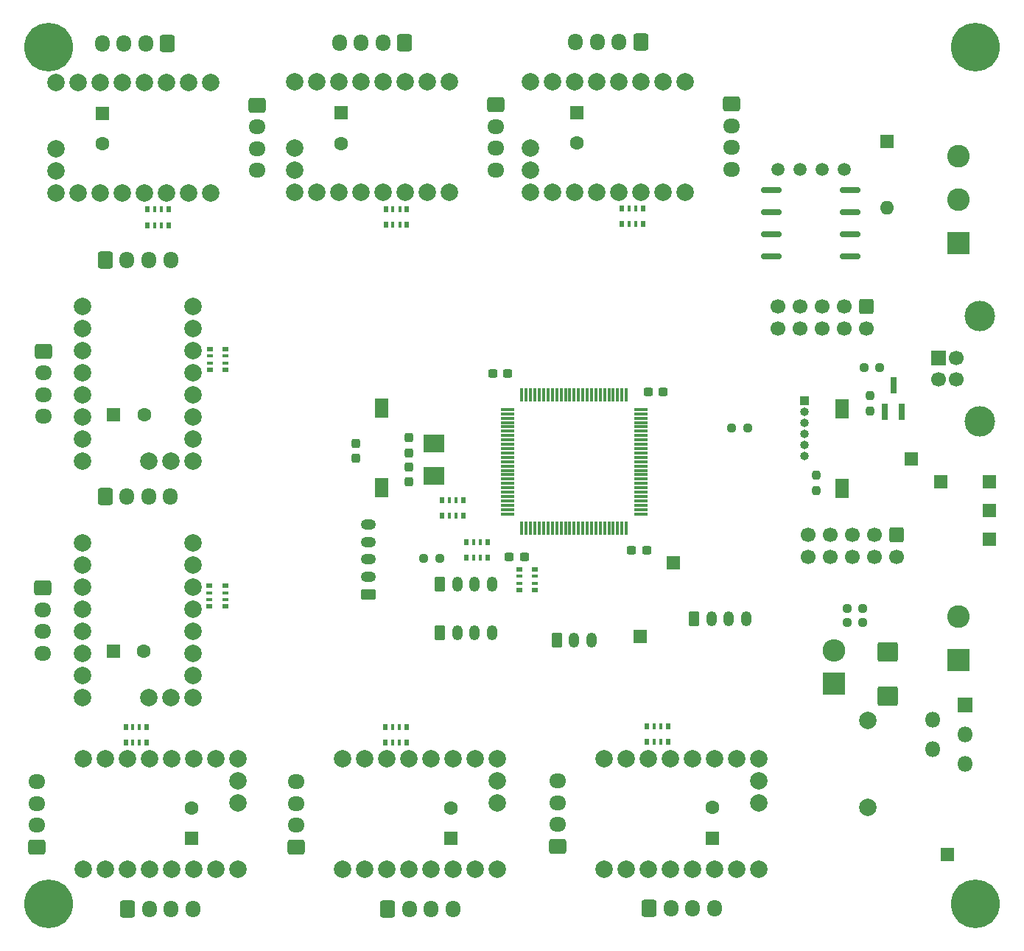
<source format=gbr>
%TF.GenerationSoftware,KiCad,Pcbnew,6.0.10*%
%TF.CreationDate,2023-02-06T19:48:01+03:00*%
%TF.ProjectId,multistepper,6d756c74-6973-4746-9570-7065722e6b69,rev?*%
%TF.SameCoordinates,Original*%
%TF.FileFunction,Soldermask,Top*%
%TF.FilePolarity,Negative*%
%FSLAX46Y46*%
G04 Gerber Fmt 4.6, Leading zero omitted, Abs format (unit mm)*
G04 Created by KiCad (PCBNEW 6.0.10) date 2023-02-06 19:48:01*
%MOMM*%
%LPD*%
G01*
G04 APERTURE LIST*
G04 Aperture macros list*
%AMRoundRect*
0 Rectangle with rounded corners*
0 $1 Rounding radius*
0 $2 $3 $4 $5 $6 $7 $8 $9 X,Y pos of 4 corners*
0 Add a 4 corners polygon primitive as box body*
4,1,4,$2,$3,$4,$5,$6,$7,$8,$9,$2,$3,0*
0 Add four circle primitives for the rounded corners*
1,1,$1+$1,$2,$3*
1,1,$1+$1,$4,$5*
1,1,$1+$1,$6,$7*
1,1,$1+$1,$8,$9*
0 Add four rect primitives between the rounded corners*
20,1,$1+$1,$2,$3,$4,$5,0*
20,1,$1+$1,$4,$5,$6,$7,0*
20,1,$1+$1,$6,$7,$8,$9,0*
20,1,$1+$1,$8,$9,$2,$3,0*%
G04 Aperture macros list end*
%ADD10RoundRect,0.237500X-0.300000X-0.237500X0.300000X-0.237500X0.300000X0.237500X-0.300000X0.237500X0*%
%ADD11RoundRect,0.250000X0.600000X0.725000X-0.600000X0.725000X-0.600000X-0.725000X0.600000X-0.725000X0*%
%ADD12O,1.700000X1.950000*%
%ADD13RoundRect,0.250000X-0.725000X0.600000X-0.725000X-0.600000X0.725000X-0.600000X0.725000X0.600000X0*%
%ADD14O,1.950000X1.700000*%
%ADD15RoundRect,0.250000X0.625000X-0.350000X0.625000X0.350000X-0.625000X0.350000X-0.625000X-0.350000X0*%
%ADD16O,1.750000X1.200000*%
%ADD17RoundRect,0.250000X-0.600000X0.600000X-0.600000X-0.600000X0.600000X-0.600000X0.600000X0.600000X0*%
%ADD18C,1.700000*%
%ADD19R,1.600000X2.180000*%
%ADD20RoundRect,0.250000X0.725000X-0.600000X0.725000X0.600000X-0.725000X0.600000X-0.725000X-0.600000X0*%
%ADD21R,1.500000X1.500000*%
%ADD22C,5.600000*%
%ADD23RoundRect,0.237500X-0.237500X0.250000X-0.237500X-0.250000X0.237500X-0.250000X0.237500X0.250000X0*%
%ADD24R,1.600000X1.600000*%
%ADD25O,1.600000X1.600000*%
%ADD26C,1.600000*%
%ADD27RoundRect,0.250000X-0.350000X-0.625000X0.350000X-0.625000X0.350000X0.625000X-0.350000X0.625000X0*%
%ADD28O,1.200000X1.750000*%
%ADD29RoundRect,0.250000X-0.600000X-0.725000X0.600000X-0.725000X0.600000X0.725000X-0.600000X0.725000X0*%
%ADD30C,2.000000*%
%ADD31R,0.500000X0.800000*%
%ADD32R,0.400000X0.800000*%
%ADD33R,0.800000X0.500000*%
%ADD34R,0.800000X0.400000*%
%ADD35R,2.600000X2.600000*%
%ADD36C,2.600000*%
%ADD37RoundRect,0.237500X0.250000X0.237500X-0.250000X0.237500X-0.250000X-0.237500X0.250000X-0.237500X0*%
%ADD38R,0.800000X1.900000*%
%ADD39R,1.000000X1.000000*%
%ADD40O,1.000000X1.000000*%
%ADD41RoundRect,0.075000X-0.725000X-0.075000X0.725000X-0.075000X0.725000X0.075000X-0.725000X0.075000X0*%
%ADD42RoundRect,0.075000X-0.075000X-0.725000X0.075000X-0.725000X0.075000X0.725000X-0.075000X0.725000X0*%
%ADD43RoundRect,0.237500X0.237500X-0.300000X0.237500X0.300000X-0.237500X0.300000X-0.237500X-0.300000X0*%
%ADD44RoundRect,0.237500X-0.250000X-0.237500X0.250000X-0.237500X0.250000X0.237500X-0.250000X0.237500X0*%
%ADD45R,2.400000X2.000000*%
%ADD46RoundRect,0.237500X0.237500X-0.250000X0.237500X0.250000X-0.237500X0.250000X-0.237500X-0.250000X0*%
%ADD47RoundRect,0.237500X-0.237500X0.300000X-0.237500X-0.300000X0.237500X-0.300000X0.237500X0.300000X0*%
%ADD48C,1.500000*%
%ADD49O,2.600000X2.600000*%
%ADD50RoundRect,0.162500X-1.012500X-0.162500X1.012500X-0.162500X1.012500X0.162500X-1.012500X0.162500X0*%
%ADD51R,1.800000X1.800000*%
%ADD52O,1.800000X1.800000*%
%ADD53RoundRect,0.237500X0.300000X0.237500X-0.300000X0.237500X-0.300000X-0.237500X0.300000X-0.237500X0*%
%ADD54RoundRect,0.250000X-0.925000X0.875000X-0.925000X-0.875000X0.925000X-0.875000X0.925000X0.875000X0*%
%ADD55R,1.700000X1.700000*%
%ADD56C,3.500000*%
G04 APERTURE END LIST*
D10*
%TO.C,C9*%
X110035000Y-79502000D03*
X111760000Y-79502000D03*
%TD*%
D11*
%TO.C,J17*%
X99921075Y-41501827D03*
D12*
X97421075Y-41501827D03*
X94921075Y-41501827D03*
X92421075Y-41501827D03*
%TD*%
D13*
%TO.C,J12*%
X58374000Y-76974000D03*
D14*
X58374000Y-79474000D03*
X58374000Y-81974000D03*
X58374000Y-84474000D03*
%TD*%
D15*
%TO.C,J6*%
X95758000Y-104902000D03*
D16*
X95758000Y-102902000D03*
X95758000Y-100902000D03*
X95758000Y-98902000D03*
X95758000Y-96902000D03*
%TD*%
D17*
%TO.C,J2*%
X152958800Y-71840700D03*
D18*
X152958800Y-74380700D03*
X150418800Y-71840700D03*
X150418800Y-74380700D03*
X147878800Y-71840700D03*
X147878800Y-74380700D03*
X145338800Y-71840700D03*
X145338800Y-74380700D03*
X142798800Y-71840700D03*
X142798800Y-74380700D03*
%TD*%
D19*
%TO.C,SW2*%
X150164800Y-83548000D03*
X150164800Y-92728000D03*
%TD*%
D20*
%TO.C,J22*%
X87466000Y-133934000D03*
D14*
X87466000Y-131434000D03*
X87466000Y-128934000D03*
X87466000Y-126434000D03*
%TD*%
D21*
%TO.C,TP7*%
X161544000Y-91948000D03*
%TD*%
D22*
%TO.C,H4*%
X165500000Y-140500000D03*
%TD*%
D23*
%TO.C,R36*%
X153416000Y-82043900D03*
X153416000Y-83868900D03*
%TD*%
D24*
%TO.C,SW3*%
X155295600Y-52832000D03*
D25*
X155295600Y-60452000D03*
%TD*%
D24*
%TO.C,C24*%
X105246000Y-132978000D03*
D26*
X105246000Y-129478000D03*
%TD*%
D27*
%TO.C,J5*%
X103934000Y-103733600D03*
D28*
X105934000Y-103733600D03*
X107934000Y-103733600D03*
X109934000Y-103733600D03*
%TD*%
D29*
%TO.C,J11*%
X65500000Y-66500000D03*
D12*
X68000000Y-66500000D03*
X70500000Y-66500000D03*
X73000000Y-66500000D03*
%TD*%
D30*
%TO.C,XX5*%
X140640000Y-123774000D03*
X138100000Y-123774000D03*
X135560000Y-123774000D03*
X133020000Y-123774000D03*
X130480000Y-123774000D03*
X127940000Y-123774000D03*
X125400000Y-123774000D03*
X122860000Y-123774000D03*
X122860000Y-136474000D03*
X125400000Y-136474000D03*
X127940000Y-136474000D03*
X130480000Y-136474000D03*
X133020000Y-136474000D03*
X135560000Y-136474000D03*
X138100000Y-136474000D03*
X140640000Y-136474000D03*
X140640000Y-126314000D03*
X140640000Y-128854000D03*
%TD*%
D31*
%TO.C,RN11*%
X127270450Y-60560000D03*
D32*
X126470450Y-60560000D03*
X125670450Y-60560000D03*
D31*
X124870450Y-60560000D03*
X124870450Y-62360000D03*
D32*
X125670450Y-62360000D03*
X126470450Y-62360000D03*
D31*
X127270450Y-62360000D03*
%TD*%
D27*
%TO.C,J13*%
X117380000Y-110194000D03*
D28*
X119380000Y-110194000D03*
X121380000Y-110194000D03*
%TD*%
D30*
%TO.C,XX8*%
X75572000Y-116801600D03*
X75572000Y-114261600D03*
X75572000Y-111721600D03*
X75572000Y-109181600D03*
X75572000Y-106641600D03*
X75572000Y-104101600D03*
X75572000Y-101561600D03*
X75572000Y-99021600D03*
X62872000Y-99021600D03*
X62872000Y-101561600D03*
X62872000Y-104101600D03*
X62872000Y-106641600D03*
X62872000Y-109181600D03*
X62872000Y-111721600D03*
X62872000Y-114261600D03*
X62872000Y-116801600D03*
X73032000Y-116801600D03*
X70492000Y-116801600D03*
%TD*%
%TO.C,XX3*%
X87281075Y-58727827D03*
X89821075Y-58727827D03*
X92361075Y-58727827D03*
X94901075Y-58727827D03*
X97441075Y-58727827D03*
X99981075Y-58727827D03*
X102521075Y-58727827D03*
X105061075Y-58727827D03*
X105061075Y-46027827D03*
X102521075Y-46027827D03*
X99981075Y-46027827D03*
X97441075Y-46027827D03*
X94901075Y-46027827D03*
X92361075Y-46027827D03*
X89821075Y-46027827D03*
X87281075Y-46027827D03*
X87281075Y-56187827D03*
X87281075Y-53647827D03*
%TD*%
D33*
%TO.C,RN7*%
X113095200Y-102025600D03*
D34*
X113095200Y-102825600D03*
X113095200Y-103625600D03*
D33*
X113095200Y-104425600D03*
X114895200Y-104425600D03*
D34*
X114895200Y-103625600D03*
X114895200Y-102825600D03*
D33*
X114895200Y-102025600D03*
%TD*%
D35*
%TO.C,J10*%
X163576000Y-112482000D03*
D36*
X163576000Y-107482000D03*
%TD*%
D37*
%TO.C,R33*%
X154529800Y-78841600D03*
X152704800Y-78841600D03*
%TD*%
D17*
%TO.C,J3*%
X156464000Y-98044000D03*
D18*
X156464000Y-100584000D03*
X153924000Y-98044000D03*
X153924000Y-100584000D03*
X151384000Y-98044000D03*
X151384000Y-100584000D03*
X148844000Y-98044000D03*
X148844000Y-100584000D03*
X146304000Y-98044000D03*
X146304000Y-100584000D03*
%TD*%
D38*
%TO.C,Q3*%
X155107600Y-83897600D03*
X157007600Y-83897600D03*
X156057600Y-80897600D03*
%TD*%
D21*
%TO.C,TP3*%
X167132000Y-91948000D03*
%TD*%
D39*
%TO.C,J1*%
X145821000Y-82677000D03*
D40*
X145821000Y-83947000D03*
X145821000Y-85217000D03*
X145821000Y-86487000D03*
X145821000Y-87757000D03*
X145821000Y-89027000D03*
%TD*%
D20*
%TO.C,J24*%
X57604925Y-133934000D03*
D14*
X57604925Y-131434000D03*
X57604925Y-128934000D03*
X57604925Y-126434000D03*
%TD*%
D41*
%TO.C,U1*%
X111705000Y-83662000D03*
X111705000Y-84162000D03*
X111705000Y-84662000D03*
X111705000Y-85162000D03*
X111705000Y-85662000D03*
X111705000Y-86162000D03*
X111705000Y-86662000D03*
X111705000Y-87162000D03*
X111705000Y-87662000D03*
X111705000Y-88162000D03*
X111705000Y-88662000D03*
X111705000Y-89162000D03*
X111705000Y-89662000D03*
X111705000Y-90162000D03*
X111705000Y-90662000D03*
X111705000Y-91162000D03*
X111705000Y-91662000D03*
X111705000Y-92162000D03*
X111705000Y-92662000D03*
X111705000Y-93162000D03*
X111705000Y-93662000D03*
X111705000Y-94162000D03*
X111705000Y-94662000D03*
X111705000Y-95162000D03*
X111705000Y-95662000D03*
D42*
X113380000Y-97337000D03*
X113880000Y-97337000D03*
X114380000Y-97337000D03*
X114880000Y-97337000D03*
X115380000Y-97337000D03*
X115880000Y-97337000D03*
X116380000Y-97337000D03*
X116880000Y-97337000D03*
X117380000Y-97337000D03*
X117880000Y-97337000D03*
X118380000Y-97337000D03*
X118880000Y-97337000D03*
X119380000Y-97337000D03*
X119880000Y-97337000D03*
X120380000Y-97337000D03*
X120880000Y-97337000D03*
X121380000Y-97337000D03*
X121880000Y-97337000D03*
X122380000Y-97337000D03*
X122880000Y-97337000D03*
X123380000Y-97337000D03*
X123880000Y-97337000D03*
X124380000Y-97337000D03*
X124880000Y-97337000D03*
X125380000Y-97337000D03*
D41*
X127055000Y-95662000D03*
X127055000Y-95162000D03*
X127055000Y-94662000D03*
X127055000Y-94162000D03*
X127055000Y-93662000D03*
X127055000Y-93162000D03*
X127055000Y-92662000D03*
X127055000Y-92162000D03*
X127055000Y-91662000D03*
X127055000Y-91162000D03*
X127055000Y-90662000D03*
X127055000Y-90162000D03*
X127055000Y-89662000D03*
X127055000Y-89162000D03*
X127055000Y-88662000D03*
X127055000Y-88162000D03*
X127055000Y-87662000D03*
X127055000Y-87162000D03*
X127055000Y-86662000D03*
X127055000Y-86162000D03*
X127055000Y-85662000D03*
X127055000Y-85162000D03*
X127055000Y-84662000D03*
X127055000Y-84162000D03*
X127055000Y-83662000D03*
D42*
X125380000Y-81987000D03*
X124880000Y-81987000D03*
X124380000Y-81987000D03*
X123880000Y-81987000D03*
X123380000Y-81987000D03*
X122880000Y-81987000D03*
X122380000Y-81987000D03*
X121880000Y-81987000D03*
X121380000Y-81987000D03*
X120880000Y-81987000D03*
X120380000Y-81987000D03*
X119880000Y-81987000D03*
X119380000Y-81987000D03*
X118880000Y-81987000D03*
X118380000Y-81987000D03*
X117880000Y-81987000D03*
X117380000Y-81987000D03*
X116880000Y-81987000D03*
X116380000Y-81987000D03*
X115880000Y-81987000D03*
X115380000Y-81987000D03*
X114880000Y-81987000D03*
X114380000Y-81987000D03*
X113880000Y-81987000D03*
X113380000Y-81987000D03*
%TD*%
D22*
%TO.C,H1*%
X59000000Y-42000000D03*
%TD*%
D24*
%TO.C,C23*%
X135306000Y-132918000D03*
D26*
X135306000Y-129418000D03*
%TD*%
D43*
%TO.C,C4*%
X100417350Y-91997700D03*
X100417350Y-90272700D03*
%TD*%
D11*
%TO.C,J19*%
X127026450Y-41440000D03*
D12*
X124526450Y-41440000D03*
X122026450Y-41440000D03*
X119526450Y-41440000D03*
%TD*%
D44*
%TO.C,R35*%
X137466700Y-85801200D03*
X139291700Y-85801200D03*
%TD*%
D21*
%TO.C,TP2*%
X167132000Y-95250000D03*
%TD*%
D13*
%TO.C,J14*%
X82974000Y-48689654D03*
D14*
X82974000Y-51189654D03*
X82974000Y-53689654D03*
X82974000Y-56189654D03*
%TD*%
D22*
%TO.C,H3*%
X59000000Y-140500000D03*
%TD*%
D29*
%TO.C,J23*%
X97940000Y-141060000D03*
D12*
X100440000Y-141060000D03*
X102940000Y-141060000D03*
X105440000Y-141060000D03*
%TD*%
D45*
%TO.C,Y1*%
X103225600Y-87558000D03*
X103225600Y-91258000D03*
%TD*%
D29*
%TO.C,J25*%
X68078925Y-141060000D03*
D12*
X70578925Y-141060000D03*
X73078925Y-141060000D03*
X75578925Y-141060000D03*
%TD*%
D30*
%TO.C,XX4*%
X114386450Y-58666000D03*
X116926450Y-58666000D03*
X119466450Y-58666000D03*
X122006450Y-58666000D03*
X124546450Y-58666000D03*
X127086450Y-58666000D03*
X129626450Y-58666000D03*
X132166450Y-58666000D03*
X132166450Y-45966000D03*
X129626450Y-45966000D03*
X127086450Y-45966000D03*
X124546450Y-45966000D03*
X122006450Y-45966000D03*
X119466450Y-45966000D03*
X116926450Y-45966000D03*
X114386450Y-45966000D03*
X114386450Y-56126000D03*
X114386450Y-53586000D03*
%TD*%
D31*
%TO.C,RN6*%
X104210000Y-95896000D03*
D32*
X105010000Y-95896000D03*
X105810000Y-95896000D03*
D31*
X106610000Y-95896000D03*
X106610000Y-94096000D03*
D32*
X105810000Y-94096000D03*
X105010000Y-94096000D03*
D31*
X104210000Y-94096000D03*
%TD*%
D46*
%TO.C,R2*%
X147218400Y-93012900D03*
X147218400Y-91187900D03*
%TD*%
D10*
%TO.C,C5*%
X127889000Y-81661000D03*
X129614000Y-81661000D03*
%TD*%
D47*
%TO.C,C2*%
X94284800Y-87528400D03*
X94284800Y-89253400D03*
%TD*%
D22*
%TO.C,H2*%
X165500000Y-42000000D03*
%TD*%
D29*
%TO.C,J21*%
X128000000Y-141000000D03*
D12*
X130500000Y-141000000D03*
X133000000Y-141000000D03*
X135500000Y-141000000D03*
%TD*%
D24*
%TO.C,C21*%
X92615075Y-49583827D03*
D26*
X92615075Y-53083827D03*
%TD*%
D31*
%TO.C,RN10*%
X100165075Y-60621827D03*
D32*
X99365075Y-60621827D03*
X98565075Y-60621827D03*
D31*
X97765075Y-60621827D03*
X97765075Y-62421827D03*
D32*
X98565075Y-62421827D03*
X99365075Y-62421827D03*
D31*
X100165075Y-62421827D03*
%TD*%
D24*
%TO.C,C22*%
X119720450Y-49522000D03*
D26*
X119720450Y-53022000D03*
%TD*%
D31*
%TO.C,RN5*%
X107004000Y-100722000D03*
D32*
X107804000Y-100722000D03*
X108604000Y-100722000D03*
D31*
X109404000Y-100722000D03*
X109404000Y-98922000D03*
D32*
X108604000Y-98922000D03*
X107804000Y-98922000D03*
D31*
X107004000Y-98922000D03*
%TD*%
D13*
%TO.C,J18*%
X137500450Y-48566000D03*
D14*
X137500450Y-51066000D03*
X137500450Y-53566000D03*
X137500450Y-56066000D03*
%TD*%
D48*
%TO.C,Q1*%
X142798800Y-56083200D03*
X145338800Y-56083200D03*
X147878800Y-56083200D03*
X150418800Y-56083200D03*
%TD*%
D47*
%TO.C,C1*%
X100417350Y-86917700D03*
X100417350Y-88642700D03*
%TD*%
D30*
%TO.C,XX6*%
X110580000Y-123834000D03*
X108040000Y-123834000D03*
X105500000Y-123834000D03*
X102960000Y-123834000D03*
X100420000Y-123834000D03*
X97880000Y-123834000D03*
X95340000Y-123834000D03*
X92800000Y-123834000D03*
X92800000Y-136534000D03*
X95340000Y-136534000D03*
X97880000Y-136534000D03*
X100420000Y-136534000D03*
X102960000Y-136534000D03*
X105500000Y-136534000D03*
X108040000Y-136534000D03*
X110580000Y-136534000D03*
X110580000Y-126374000D03*
X110580000Y-128914000D03*
%TD*%
D35*
%TO.C,D26*%
X149250400Y-115194400D03*
D49*
X149250400Y-111384400D03*
%TD*%
D50*
%TO.C,U2*%
X142033000Y-58420000D03*
X142033000Y-60960000D03*
X142033000Y-63500000D03*
X142033000Y-66040000D03*
X151083000Y-66040000D03*
X151083000Y-63500000D03*
X151083000Y-60960000D03*
X151083000Y-58420000D03*
%TD*%
D21*
%TO.C,TP6*%
X127000000Y-109728000D03*
%TD*%
D24*
%TO.C,C19*%
X66456000Y-84280000D03*
D26*
X69956000Y-84280000D03*
%TD*%
D51*
%TO.C,U5*%
X164287200Y-117602000D03*
D52*
X160587200Y-119302000D03*
X164287200Y-121002000D03*
X160587200Y-122702000D03*
X164287200Y-124402000D03*
%TD*%
D31*
%TO.C,RN13*%
X97696000Y-121940000D03*
D32*
X98496000Y-121940000D03*
X99296000Y-121940000D03*
D31*
X100096000Y-121940000D03*
X100096000Y-120140000D03*
D32*
X99296000Y-120140000D03*
X98496000Y-120140000D03*
D31*
X97696000Y-120140000D03*
%TD*%
D13*
%TO.C,J27*%
X58346000Y-104161600D03*
D14*
X58346000Y-106661600D03*
X58346000Y-109161600D03*
X58346000Y-111661600D03*
%TD*%
D27*
%TO.C,J7*%
X133144000Y-107704800D03*
D28*
X135144000Y-107704800D03*
X137144000Y-107704800D03*
X139144000Y-107704800D03*
%TD*%
D31*
%TO.C,RN9*%
X72744000Y-60683654D03*
D32*
X71944000Y-60683654D03*
X71144000Y-60683654D03*
D31*
X70344000Y-60683654D03*
X70344000Y-62483654D03*
D32*
X71144000Y-62483654D03*
X71944000Y-62483654D03*
D31*
X72744000Y-62483654D03*
%TD*%
D21*
%TO.C,TP4*%
X167132000Y-98552000D03*
%TD*%
D33*
%TO.C,RN15*%
X77466000Y-103917600D03*
D34*
X77466000Y-104717600D03*
X77466000Y-105517600D03*
D33*
X77466000Y-106317600D03*
X79266000Y-106317600D03*
D34*
X79266000Y-105517600D03*
X79266000Y-104717600D03*
D33*
X79266000Y-103917600D03*
%TD*%
D11*
%TO.C,J15*%
X72644000Y-41563654D03*
D12*
X70144000Y-41563654D03*
X67644000Y-41563654D03*
X65144000Y-41563654D03*
%TD*%
D53*
%TO.C,C6*%
X127709000Y-99822000D03*
X125984000Y-99822000D03*
%TD*%
D30*
%TO.C,L1*%
X153162000Y-129409200D03*
X153162000Y-119409200D03*
%TD*%
D24*
%TO.C,C20*%
X65194000Y-49645654D03*
D26*
X65194000Y-53145654D03*
%TD*%
D19*
%TO.C,SW1*%
X97282000Y-83479200D03*
X97282000Y-92659200D03*
%TD*%
D30*
%TO.C,XX2*%
X59860000Y-58789654D03*
X62400000Y-58789654D03*
X64940000Y-58789654D03*
X67480000Y-58789654D03*
X70020000Y-58789654D03*
X72560000Y-58789654D03*
X75100000Y-58789654D03*
X77640000Y-58789654D03*
X77640000Y-46089654D03*
X75100000Y-46089654D03*
X72560000Y-46089654D03*
X70020000Y-46089654D03*
X67480000Y-46089654D03*
X64940000Y-46089654D03*
X62400000Y-46089654D03*
X59860000Y-46089654D03*
X59860000Y-56249654D03*
X59860000Y-53709654D03*
%TD*%
D35*
%TO.C,J9*%
X163576000Y-64516000D03*
D36*
X163576000Y-59516000D03*
X163576000Y-54516000D03*
%TD*%
D24*
%TO.C,C25*%
X75384925Y-132978000D03*
D26*
X75384925Y-129478000D03*
%TD*%
D37*
%TO.C,R11*%
X152552400Y-108102400D03*
X150727400Y-108102400D03*
%TD*%
D30*
%TO.C,XX7*%
X80718925Y-123834000D03*
X78178925Y-123834000D03*
X75638925Y-123834000D03*
X73098925Y-123834000D03*
X70558925Y-123834000D03*
X68018925Y-123834000D03*
X65478925Y-123834000D03*
X62938925Y-123834000D03*
X62938925Y-136534000D03*
X65478925Y-136534000D03*
X68018925Y-136534000D03*
X70558925Y-136534000D03*
X73098925Y-136534000D03*
X75638925Y-136534000D03*
X78178925Y-136534000D03*
X80718925Y-136534000D03*
X80718925Y-126374000D03*
X80718925Y-128914000D03*
%TD*%
D31*
%TO.C,RN14*%
X67834925Y-121940000D03*
D32*
X68634925Y-121940000D03*
X69434925Y-121940000D03*
D31*
X70234925Y-121940000D03*
X70234925Y-120140000D03*
D32*
X69434925Y-120140000D03*
X68634925Y-120140000D03*
D31*
X67834925Y-120140000D03*
%TD*%
D29*
%TO.C,J26*%
X65472000Y-93687600D03*
D12*
X67972000Y-93687600D03*
X70472000Y-93687600D03*
X72972000Y-93687600D03*
%TD*%
D44*
%TO.C,R10*%
X150727400Y-106527600D03*
X152552400Y-106527600D03*
%TD*%
D53*
%TO.C,C7*%
X113638500Y-100584000D03*
X111913500Y-100584000D03*
%TD*%
D54*
%TO.C,C14*%
X155397200Y-111546800D03*
X155397200Y-116646800D03*
%TD*%
D27*
%TO.C,J4*%
X103934000Y-109321600D03*
D28*
X105934000Y-109321600D03*
X107934000Y-109321600D03*
X109934000Y-109321600D03*
%TD*%
D44*
%TO.C,R9*%
X102109900Y-100736400D03*
X103934900Y-100736400D03*
%TD*%
D31*
%TO.C,RN12*%
X127756000Y-121880000D03*
D32*
X128556000Y-121880000D03*
X129356000Y-121880000D03*
D31*
X130156000Y-121880000D03*
X130156000Y-120080000D03*
D32*
X129356000Y-120080000D03*
X128556000Y-120080000D03*
D31*
X127756000Y-120080000D03*
%TD*%
D20*
%TO.C,J20*%
X117526000Y-133874000D03*
D14*
X117526000Y-131374000D03*
X117526000Y-128874000D03*
X117526000Y-126374000D03*
%TD*%
D13*
%TO.C,J16*%
X110395075Y-48627827D03*
D14*
X110395075Y-51127827D03*
X110395075Y-53627827D03*
X110395075Y-56127827D03*
%TD*%
D33*
%TO.C,RN8*%
X77494000Y-76730000D03*
D34*
X77494000Y-77530000D03*
X77494000Y-78330000D03*
D33*
X77494000Y-79130000D03*
X79294000Y-79130000D03*
D34*
X79294000Y-78330000D03*
X79294000Y-77530000D03*
D33*
X79294000Y-76730000D03*
%TD*%
D21*
%TO.C,TP8*%
X162255200Y-134823200D03*
%TD*%
%TO.C,TP5*%
X130810000Y-101244400D03*
%TD*%
D24*
%TO.C,C26*%
X66428000Y-111467600D03*
D26*
X69928000Y-111467600D03*
%TD*%
D30*
%TO.C,XX1*%
X75600000Y-89614000D03*
X75600000Y-87074000D03*
X75600000Y-84534000D03*
X75600000Y-81994000D03*
X75600000Y-79454000D03*
X75600000Y-76914000D03*
X75600000Y-74374000D03*
X75600000Y-71834000D03*
X62900000Y-71834000D03*
X62900000Y-74374000D03*
X62900000Y-76914000D03*
X62900000Y-79454000D03*
X62900000Y-81994000D03*
X62900000Y-84534000D03*
X62900000Y-87074000D03*
X62900000Y-89614000D03*
X73060000Y-89614000D03*
X70520000Y-89614000D03*
%TD*%
D55*
%TO.C,J8*%
X161290000Y-77730000D03*
D18*
X161290000Y-80230000D03*
X163290000Y-80230000D03*
X163290000Y-77730000D03*
D56*
X166000000Y-72960000D03*
X166000000Y-85000000D03*
%TD*%
D21*
%TO.C,TP1*%
X158167500Y-89348000D03*
%TD*%
M02*

</source>
